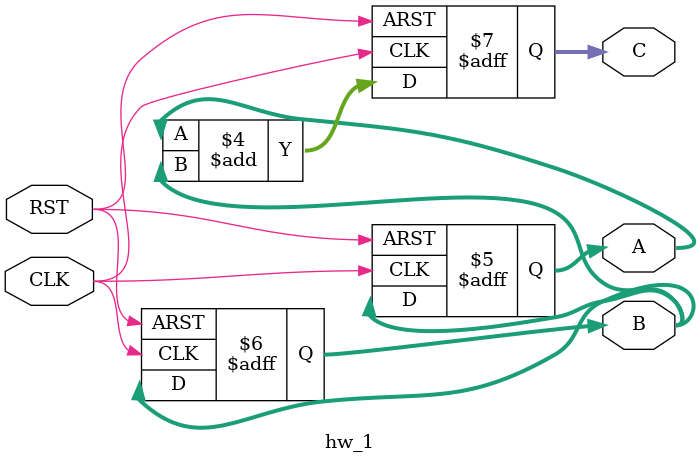
<source format=v>
`timescale 1ns / 1ns


module hw_1(RST, CLK, A, B, C);
    parameter DATAWIDTH = 4;
    output reg [DATAWIDTH-1:0] A, B, C;
    input RST, CLK;

always @(posedge RST or posedge CLK) begin
    if (RST == 1) begin
        A = 2; B = 4; C=1;
    end
    else begin
        A <= B;
        C = B + 1;
        C <= A + B;
    end
end
    
endmodule

</source>
